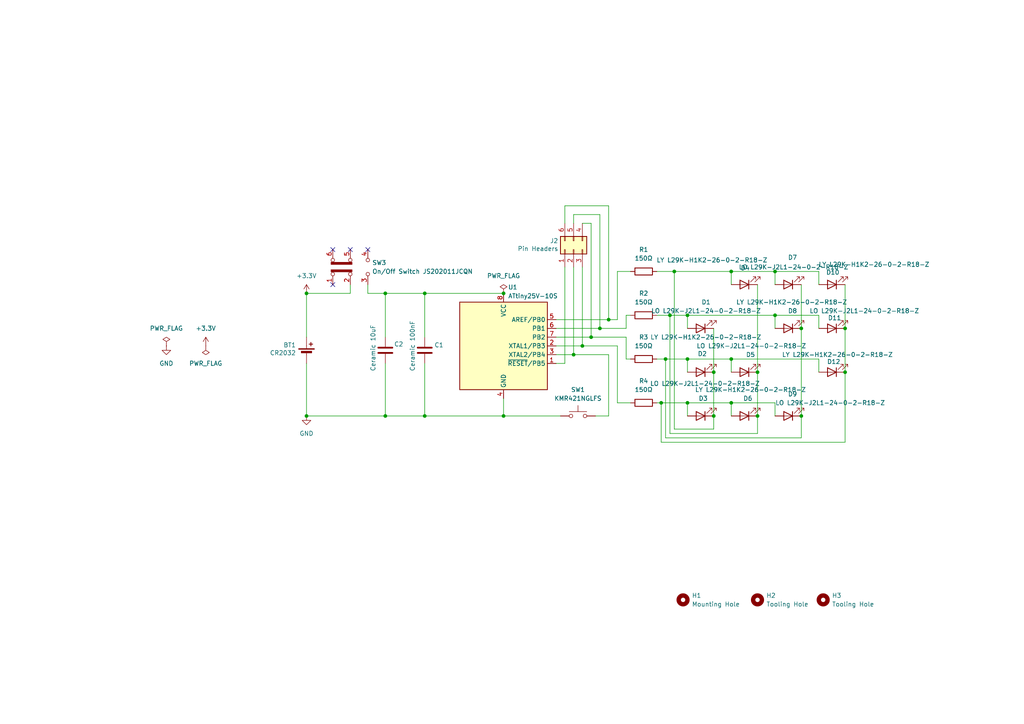
<source format=kicad_sch>
(kicad_sch (version 20250114) (generator "eeschema") (generator_version "9.0")
  (paper "A4")
  (title_block (title "ATtiny25v-based Xmas Board") (date "2025-11-27") (rev "1"))
  (lib_symbols
    (symbol "Connector_Generic:Conn_02x03_Counter_Clockwise" (pin_names (offset 1.016) (hide yes))
      (property "Reference" "J" (at 1.27 5.08 0))
      (property "Value" "Conn_02x03_Counter_Clockwise" (at 1.27 -5.08 0))
      (symbol "Conn_02x03_Counter_Clockwise_1_1"
        (rectangle (start -1.27 3.81) (end 3.81 -3.81) (stroke (width 0.254)) (fill (type background)))
        (rectangle (start -1.27 2.667) (end 0 2.413) (stroke (width 0.1524)))
        (rectangle (start -1.27 0.127) (end 0 -0.127) (stroke (width 0.1524)))
        (rectangle (start -1.27 -2.413) (end 0 -2.667) (stroke (width 0.1524)))
        (rectangle (start 3.81 2.667) (end 2.54 2.413) (stroke (width 0.1524)))
        (rectangle (start 3.81 0.127) (end 2.54 -0.127) (stroke (width 0.1524)))
        (rectangle (start 3.81 -2.413) (end 2.54 -2.667) (stroke (width 0.1524)))
        (pin passive line (at -5.08 2.54 0) (length 3.81) (name "Pin_1") (number "1"))
        (pin passive line (at -5.08 0 0) (length 3.81) (name "Pin_2") (number "2"))
        (pin passive line (at -5.08 -2.54 0) (length 3.81) (name "Pin_3") (number "3"))
        (pin passive line (at 7.62 2.54 180) (length 3.81) (name "Pin_6") (number "6"))
        (pin passive line (at 7.62 0 180) (length 3.81) (name "Pin_5") (number "5"))
        (pin passive line (at 7.62 -2.54 180) (length 3.81) (name "Pin_4") (number "4"))
      )
    )
    (symbol "Device:Battery_Cell" (pin_numbers (hide yes)) (pin_names (offset 0) (hide yes))
      (property "Reference" "BT" (at 2.54 2.54 0))
      (property "Value" "Battery_Cell" (at 2.54 0 0))
      (symbol "Battery_Cell_0_1"
        (rectangle (start -2.286 1.778) (end 2.286 1.524) (fill (type outline)))
        (rectangle (start -1.524 1.016) (end 1.524 0.508) (fill (type outline)))
        (polyline (pts (xy 0 1.778) (xy 0 2.54)))
        (polyline (pts (xy 0 0.762) (xy 0 0)))
        (polyline (pts (xy 0.762 3.048) (xy 1.778 3.048)) (stroke (width 0.254)))
        (polyline (pts (xy 1.27 3.556) (xy 1.27 2.54)) (stroke (width 0.254)))
      )
      (symbol "Battery_Cell_1_1"
        (pin passive line (at 0 5.08 270) (length 2.54) (name "+") (number "1"))
        (pin passive line (at 0 -2.54 90) (length 2.54) (name "-") (number "2"))
      )
    )
    (symbol "Device:C" (pin_numbers (hide yes)) (pin_names (offset 0.254))
      (property "Reference" "C" (at 0.635 2.54 0))
      (property "Value" "C" (at 0.635 -2.54 0))
      (symbol "C_0_1"
        (polyline (pts (xy -2.032 0.762) (xy 2.032 0.762)) (stroke (width 0.508)))
        (polyline (pts (xy -2.032 -0.762) (xy 2.032 -0.762)) (stroke (width 0.508)))
      )
      (symbol "C_1_1"
        (pin passive line (at 0 3.81 270) (length 2.794) (name "~") (number "1"))
        (pin passive line (at 0 -3.81 90) (length 2.794) (name "~") (number "2"))
      )
    )
    (symbol "Device:LED" (pin_numbers (hide yes)) (pin_names (offset 1.016) (hide yes))
      (property "Reference" "D" (at 0 2.54 0))
      (property "Value" "LED" (at 0 -2.54 0))
      (symbol "LED_0_1"
        (polyline (pts (xy -3.048 -0.762) (xy -4.572 -2.286) (xy -3.81 -2.286) (xy -4.572 -2.286) (xy -4.572 -1.524)))
        (polyline (pts (xy -1.778 -0.762) (xy -3.302 -2.286) (xy -2.54 -2.286) (xy -3.302 -2.286) (xy -3.302 -1.524)))
        (polyline (pts (xy -1.27 0) (xy 1.27 0)))
        (polyline (pts (xy -1.27 -1.27) (xy -1.27 1.27)) (stroke (width 0.254)))
        (polyline (pts (xy 1.27 -1.27) (xy 1.27 1.27) (xy -1.27 0) (xy 1.27 -1.27)) (stroke (width 0.254)))
      )
      (symbol "LED_1_1"
        (pin passive line (at -3.81 0 0) (length 2.54) (name "K") (number "1"))
        (pin passive line (at 3.81 0 180) (length 2.54) (name "A") (number "2"))
      )
    )
    (symbol "Device:R" (pin_numbers (hide yes)) (pin_names (offset 0))
      (property "Reference" "R" (at 2.032 0 90))
      (property "Value" "R" (at 0 0 90))
      (symbol "R_0_1"
        (rectangle (start -1.016 -2.54) (end 1.016 2.54) (stroke (width 0.254)))
      )
      (symbol "R_1_1"
        (pin passive line (at 0 3.81 270) (length 1.27) (name "~") (number "1"))
        (pin passive line (at 0 -3.81 90) (length 1.27) (name "~") (number "2"))
      )
    )
    (symbol "LED_1" (pin_numbers (hide yes)) (pin_names (offset 1.016) (hide yes))
      (property "Reference" "D" (at 0 2.54 0))
      (property "Value" "LED" (at 0 -2.54 0))
      (symbol "LED_1_0_1"
        (polyline (pts (xy -3.048 -0.762) (xy -4.572 -2.286) (xy -3.81 -2.286) (xy -4.572 -2.286) (xy -4.572 -1.524)))
        (polyline (pts (xy -1.778 -0.762) (xy -3.302 -2.286) (xy -2.54 -2.286) (xy -3.302 -2.286) (xy -3.302 -1.524)))
        (polyline (pts (xy -1.27 0) (xy 1.27 0)))
        (polyline (pts (xy -1.27 -1.27) (xy -1.27 1.27)) (stroke (width 0.254)))
        (polyline (pts (xy 1.27 -1.27) (xy 1.27 1.27) (xy -1.27 0) (xy 1.27 -1.27)) (stroke (width 0.254)))
      )
      (symbol "LED_1_1_1"
        (pin passive line (at -3.81 0 0) (length 2.54) (name "K") (number "1"))
        (pin passive line (at 3.81 0 180) (length 2.54) (name "A") (number "2"))
      )
    )
    (symbol "MCU_Microchip_ATtiny:ATtiny85V-10S"
      (property "Reference" "U" (at -12.7 13.97 0))
      (property "Value" "ATtiny85V-10S" (at 2.54 -13.97 0))
      (symbol "ATtiny85V-10S_0_1"
        (rectangle (start -12.7 -12.7) (end 12.7 12.7) (stroke (width 0.254)) (fill (type background)))
      )
      (symbol "ATtiny85V-10S_1_1"
        (pin power_in line (at 0 15.24 270) (length 2.54) (name "VCC") (number "8"))
        (pin power_in line (at 0 -15.24 90) (length 2.54) (name "GND") (number "4"))
        (pin bidirectional line (at 15.24 7.62 180) (length 2.54) (name "AREF/PB0") (number "5"))
        (pin bidirectional line (at 15.24 5.08 180) (length 2.54) (name "PB1") (number "6"))
        (pin bidirectional line (at 15.24 2.54 180) (length 2.54) (name "PB2") (number "7"))
        (pin bidirectional line (at 15.24 0 180) (length 2.54) (name "XTAL1/PB3") (number "2"))
        (pin bidirectional line (at 15.24 -2.54 180) (length 2.54) (name "XTAL2/PB4") (number "3"))
        (pin bidirectional line (at 15.24 -5.08 180) (length 2.54) (name "~{RESET}/PB5") (number "1"))
      )
    )
    (symbol "Mechanical:MountingHole" (pin_names (offset 1.016)) (in_bom no)
      (property "Reference" "H" (at 0 5.08 0))
      (property "Value" "MountingHole" (at 0 3.175 0))
      (symbol "MountingHole_0_1"
        (circle (center 0 0) (radius 1.27) (stroke (width 1.27)))
      )
    )
    (symbol "Switch:SW_Push" (pin_numbers (hide yes)) (pin_names (offset 1.016) (hide yes))
      (property "Reference" "SW" (at 1.27 2.54 0))
      (property "Value" "SW_Push" (at 0 -1.524 0))
      (symbol "SW_Push_0_1"
        (circle (center -2.032 0) (radius 0.508))
        (polyline (pts (xy 0 1.27) (xy 0 3.048)))
        (circle (center 2.032 0) (radius 0.508))
        (polyline (pts (xy 2.54 1.27) (xy -2.54 1.27)))
        (pin passive line (at -5.08 0 0) (length 2.54) (name "1") (number "1"))
        (pin passive line (at 5.08 0 180) (length 2.54) (name "2") (number "2"))
      )
    )
    (symbol "Switch:SW_Slide_DPDT" (pin_names (offset 0) (hide yes))
      (property "Reference" "SW" (at 0 6.858 0))
      (property "Value" "SW_Slide_DPDT" (at 0 -8.128 0))
      (symbol "SW_Slide_DPDT_0_0"
        (circle (center -2.032 5.08) (radius 0.508))
        (circle (center -2.032 -5.08) (radius 0.508))
        (circle (center 2.032 0) (radius 0.508))
        (circle (center 2.032 -5.08) (radius 0.508))
      )
      (symbol "SW_Slide_DPDT_0_1"
        (circle (center -2.032 0) (radius 0.508))
        (circle (center 2.032 5.08) (radius 0.508))
      )
      (symbol "SW_Slide_DPDT_1_1"
        (rectangle (start -1.397 5.588) (end -0.762 -0.508) (fill (type outline)))
        (rectangle (start 0.762 5.588) (end 1.397 -0.508) (fill (type outline)))
        (pin passive line (at -5.08 5.08 0) (length 2.54) (name "A") (number "1"))
        (pin passive line (at -5.08 0 0) (length 2.54) (name "B") (number "2"))
        (pin passive line (at -5.08 -5.08 0) (length 2.54) (name "C") (number "3"))
        (pin passive line (at 5.08 5.08 180) (length 2.54) (name "C") (number "6"))
        (pin passive line (at 5.08 0 180) (length 2.54) (name "B") (number "5"))
        (pin passive line (at 5.08 -5.08 180) (length 2.54) (name "A") (number "4"))
      )
    )
    (symbol "power:+3.3V" (power) (pin_numbers (hide yes)) (pin_names (offset 0) (hide yes))
      (property "Value" "+3.3V" (at 0 3.556 0))
      (symbol "+3.3V_0_1"
        (polyline (pts (xy -0.762 1.27) (xy 0 2.54)))
        (polyline (pts (xy 0 2.54) (xy 0.762 1.27)))
        (polyline (pts (xy 0 0) (xy 0 2.54)))
      )
      (symbol "+3.3V_1_1"
        (pin power_in line (at 0 0 90) (length 0) (name "~") (number "1"))
      )
    )
    (symbol "power:GND" (power) (pin_numbers (hide yes)) (pin_names (offset 0) (hide yes))
      (property "Value" "GND" (at 0 -3.81 0))
      (symbol "GND_0_1"
        (polyline (pts (xy 0 0) (xy 0 -1.27) (xy 1.27 -1.27) (xy 0 -2.54) (xy -1.27 -1.27) (xy 0 -1.27)))
      )
      (symbol "GND_1_1"
        (pin power_in line (at 0 0 270) (length 0) (name "~") (number "1"))
      )
    )
    (symbol "power:PWR_FLAG" (power) (pin_numbers (hide yes)) (pin_names (offset 0) (hide yes))
      (property "Value" "PWR_FLAG" (at 0 3.81 0))
      (symbol "PWR_FLAG_0_0"
        (pin power_out line (at 0 0 90) (length 0) (name "~") (number "1"))
      )
      (symbol "PWR_FLAG_0_1"
        (polyline (pts (xy 0 0) (xy 0 1.27) (xy -1.016 1.905) (xy 0 2.54) (xy 1.016 1.905) (xy 0 1.27)))
      )
    )
  )
  (junction (at 123.19 85.09))
  (junction (at 171.45 97.79))
  (junction (at 199.39 91.44))
  (junction (at 193.04 104.14))
  (junction (at 212.09 104.14))
  (junction (at 245.11 95.25))
  (junction (at 88.9 85.09))
  (junction (at 219.71 120.65))
  (junction (at 146.05 120.65))
  (junction (at 123.19 120.65))
  (junction (at 207.01 107.95))
  (junction (at 224.79 91.44))
  (junction (at 194.31 91.44))
  (junction (at 88.9 120.65))
  (junction (at 212.09 78.74))
  (junction (at 111.76 85.09))
  (junction (at 212.09 116.84))
  (junction (at 168.91 100.33))
  (junction (at 199.39 104.14))
  (junction (at 199.39 116.84))
  (junction (at 176.53 92.71))
  (junction (at 232.41 120.65))
  (junction (at 219.71 107.95))
  (junction (at 166.37 102.87))
  (junction (at 191.77 116.84))
  (junction (at 245.11 107.95))
  (junction (at 224.79 78.74))
  (junction (at 195.58 78.74))
  (junction (at 111.76 120.65))
  (junction (at 207.01 120.65))
  (junction (at 232.41 95.25))
  (junction (at 173.99 95.25))
  (junction (at 146.05 85.09))
  (no_connect (at 96.52 72.39))
  (no_connect (at 106.68 72.39))
  (no_connect (at 101.6 72.39))
  (no_connect (at 96.52 82.55))
  (wire (pts (xy 245.11 82.55) (xy 245.11 95.25)))
  (wire (pts (xy 171.45 64.77) (xy 168.91 64.77)))
  (wire (pts (xy 191.77 116.84) (xy 199.39 116.84)))
  (wire (pts (xy 199.39 91.44) (xy 199.39 95.25)))
  (wire (pts (xy 191.77 128.27) (xy 191.77 116.84)))
  (wire (pts (xy 176.53 120.65) (xy 172.72 120.65)))
  (wire (pts (xy 207.01 124.46) (xy 195.58 124.46)))
  (wire (pts (xy 168.91 77.47) (xy 168.91 100.33)))
  (wire (pts (xy 219.71 107.95) (xy 219.71 120.65)))
  (wire (pts (xy 161.29 105.41) (xy 163.83 105.41)))
  (wire (pts (xy 166.37 62.23) (xy 166.37 64.77)))
  (wire (pts (xy 224.79 78.74) (xy 237.49 78.74)))
  (wire (pts (xy 237.49 78.74) (xy 237.49 82.55)))
  (wire (pts (xy 123.19 85.09) (xy 146.05 85.09)))
  (wire (pts (xy 224.79 116.84) (xy 224.79 120.65)))
  (wire (pts (xy 111.76 85.09) (xy 123.19 85.09)))
  (wire (pts (xy 181.61 91.44) (xy 182.88 91.44)))
  (wire (pts (xy 224.79 91.44) (xy 237.49 91.44)))
  (wire (pts (xy 179.07 116.84) (xy 182.88 116.84)))
  (wire (pts (xy 88.9 85.09) (xy 101.6 85.09)))
  (wire (pts (xy 207.01 107.95) (xy 207.01 120.65)))
  (wire (pts (xy 190.5 104.14) (xy 193.04 104.14)))
  (wire (pts (xy 162.56 120.65) (xy 146.05 120.65)))
  (wire (pts (xy 219.71 125.73) (xy 194.31 125.73)))
  (wire (pts (xy 166.37 77.47) (xy 166.37 102.87)))
  (wire (pts (xy 106.68 82.55) (xy 106.68 85.09)))
  (wire (pts (xy 181.61 104.14) (xy 182.88 104.14)))
  (wire (pts (xy 190.5 116.84) (xy 191.77 116.84)))
  (wire (pts (xy 232.41 82.55) (xy 232.41 95.25)))
  (wire (pts (xy 161.29 92.71) (xy 176.53 92.71)))
  (wire (pts (xy 232.41 120.65) (xy 232.41 127)))
  (wire (pts (xy 194.31 91.44) (xy 199.39 91.44)))
  (wire (pts (xy 199.39 104.14) (xy 199.39 107.95)))
  (wire (pts (xy 232.41 95.25) (xy 232.41 120.65)))
  (wire (pts (xy 123.19 120.65) (xy 146.05 120.65)))
  (wire (pts (xy 232.41 127) (xy 193.04 127)))
  (wire (pts (xy 193.04 127) (xy 193.04 104.14)))
  (wire (pts (xy 161.29 95.25) (xy 173.99 95.25)))
  (wire (pts (xy 219.71 120.65) (xy 219.71 125.73)))
  (wire (pts (xy 161.29 97.79) (xy 171.45 97.79)))
  (wire (pts (xy 224.79 91.44) (xy 224.79 95.25)))
  (wire (pts (xy 199.39 104.14) (xy 212.09 104.14)))
  (wire (pts (xy 176.53 59.69) (xy 163.83 59.69)))
  (wire (pts (xy 161.29 102.87) (xy 166.37 102.87)))
  (wire (pts (xy 163.83 59.69) (xy 163.83 64.77)))
  (wire (pts (xy 199.39 91.44) (xy 224.79 91.44)))
  (wire (pts (xy 212.09 104.14) (xy 237.49 104.14)))
  (wire (pts (xy 193.04 104.14) (xy 199.39 104.14)))
  (wire (pts (xy 146.05 120.65) (xy 146.05 115.57)))
  (wire (pts (xy 161.29 100.33) (xy 168.91 100.33)))
  (wire (pts (xy 219.71 82.55) (xy 219.71 107.95)))
  (wire (pts (xy 179.07 100.33) (xy 179.07 116.84)))
  (wire (pts (xy 207.01 120.65) (xy 207.01 124.46)))
  (wire (pts (xy 212.09 116.84) (xy 212.09 120.65)))
  (wire (pts (xy 88.9 120.65) (xy 111.76 120.65)))
  (wire (pts (xy 111.76 85.09) (xy 111.76 97.79)))
  (wire (pts (xy 176.53 59.69) (xy 176.53 92.71)))
  (wire (pts (xy 212.09 78.74) (xy 212.09 82.55)))
  (wire (pts (xy 194.31 91.44) (xy 194.31 125.73)))
  (wire (pts (xy 173.99 62.23) (xy 173.99 95.25)))
  (wire (pts (xy 181.61 91.44) (xy 181.61 95.25)))
  (wire (pts (xy 245.11 128.27) (xy 191.77 128.27)))
  (wire (pts (xy 163.83 77.47) (xy 163.83 105.41)))
  (wire (pts (xy 88.9 85.09) (xy 88.9 97.79)))
  (wire (pts (xy 111.76 105.41) (xy 111.76 120.65)))
  (wire (pts (xy 166.37 102.87) (xy 176.53 102.87)))
  (wire (pts (xy 101.6 85.09) (xy 101.6 82.55)))
  (wire (pts (xy 195.58 78.74) (xy 212.09 78.74)))
  (wire (pts (xy 176.53 92.71) (xy 179.07 92.71)))
  (wire (pts (xy 212.09 116.84) (xy 224.79 116.84)))
  (wire (pts (xy 176.53 102.87) (xy 176.53 120.65)))
  (wire (pts (xy 195.58 78.74) (xy 195.58 124.46)))
  (wire (pts (xy 190.5 78.74) (xy 195.58 78.74)))
  (wire (pts (xy 212.09 104.14) (xy 212.09 107.95)))
  (wire (pts (xy 245.11 95.25) (xy 245.11 107.95)))
  (wire (pts (xy 179.07 78.74) (xy 182.88 78.74)))
  (wire (pts (xy 179.07 92.71) (xy 179.07 78.74)))
  (wire (pts (xy 224.79 78.74) (xy 224.79 82.55)))
  (wire (pts (xy 171.45 97.79) (xy 181.61 97.79)))
  (wire (pts (xy 171.45 64.77) (xy 171.45 97.79)))
  (wire (pts (xy 173.99 95.25) (xy 181.61 95.25)))
  (wire (pts (xy 237.49 104.14) (xy 237.49 107.95)))
  (wire (pts (xy 123.19 105.41) (xy 123.19 120.65)))
  (wire (pts (xy 123.19 85.09) (xy 123.19 97.79)))
  (wire (pts (xy 237.49 95.25) (xy 237.49 91.44)))
  (wire (pts (xy 181.61 97.79) (xy 181.61 104.14)))
  (wire (pts (xy 212.09 78.74) (xy 224.79 78.74)))
  (wire (pts (xy 173.99 62.23) (xy 166.37 62.23)))
  (wire (pts (xy 190.5 91.44) (xy 194.31 91.44)))
  (wire (pts (xy 106.68 85.09) (xy 111.76 85.09)))
  (wire (pts (xy 199.39 116.84) (xy 199.39 120.65)))
  (wire (pts (xy 111.76 120.65) (xy 123.19 120.65)))
  (wire (pts (xy 168.91 100.33) (xy 179.07 100.33)))
  (wire (pts (xy 199.39 116.84) (xy 212.09 116.84)))
  (wire (pts (xy 245.11 107.95) (xy 245.11 128.27)))
  (wire (pts (xy 207.01 95.25) (xy 207.01 107.95)))
  (wire (pts (xy 88.9 105.41) (xy 88.9 120.65)))
  (symbol (lib_id "Switch:SW_Slide_DPDT") (at 101.6 77.47 90) (unit 1)
    (property "Reference" "SW3" (at 107.95 76.1999 90) (effects (justify right)))
    (property "Value" "On/Off Switch JS202011JCQN" (at 107.95 78.7399 90) (effects (justify right)))
    (property "Footprint" "Button_Switch_SMD:SW_DPDT_CK_JS202011JCQN" (effects (hide yes)))
    (property "Datasheet" "https://jlcpcb.com/api/file/downloadByFileSystemAccessId/8588941568396955648" (effects (hide yes)))
    (property "Description" "Slide Switch, dual pole double throw" (effects (hide yes)))
    (property "Manufacturer Product Number" "JS202011JCQN" (effects (hide yes)))
  )
  (symbol (lib_id "Device:LED") (at 241.3 95.25 180) (unit 1)
    (property "Reference" "D11" (at 242.062 92.202 0))
    (property "Value" "LO L29K-J2L1-24-0-2-R18-Z" (at 250.698 90.17 0))
    (property "Footprint" "LED_SMD:LED_0603_1608Metric" (effects (hide yes)))
    (property "Datasheet" "https://jlcpcb.com/api/file/downloadByFileSystemAccessId/8590196797458591744" (effects (hide yes)))
    (property "Description" "Light emitting diode" (effects (hide yes)))
    (property "Sim.Pins" "1=K 2=A" (effects (hide yes)))
    (property "Manufacturer Product Number" "LG L29K-F2J1-24-0-2-R18-Z" (effects (hide yes)))
  )
  (symbol (lib_id "Device:LED") (at 228.6 82.55 180) (unit 1)
    (property "Reference" "D7" (at 229.87 74.676 0))
    (property "Value" "LO L29K-J2L1-24-0-2-R18-Z" (at 230.1875 77.47 0))
    (property "Footprint" "LED_SMD:LED_0603_1608Metric" (effects (hide yes)))
    (property "Datasheet" "https://jlcpcb.com/api/file/downloadByFileSystemAccessId/8590196797458591744" (effects (hide yes)))
    (property "Description" "Light emitting diode" (effects (hide yes)))
    (property "Sim.Pins" "1=K 2=A" (effects (hide yes)))
    (property "Manufacturer Product Number" "SML-311UTT86" (effects (hide yes)))
  )
  (symbol (lib_id "Mechanical:MountingHole") (at 238.76 173.99 0) (unit 1) (in_bom no)
    (property "Reference" "H3" (at 241.3 172.7199 0) (effects (justify left)))
    (property "Value" "Tooling Hole" (at 241.3 175.2599 0) (effects (justify left)))
    (property "Footprint" "MountingHole:ToolingHole_1.152mm" (effects (hide yes)))
    (property "Description" "Mounting Hole without connection" (effects (hide yes)))
  )
  (symbol (lib_id "power:PWR_FLAG") (at 48.26 100.33 0) (unit 1)
    (property "Reference" "#FLG02" (effects (hide yes)))
    (property "Value" "PWR_FLAG" (at 48.26 95.25 0))
    (property "Description" "Special symbol for telling ERC where power comes from" (effects (hide yes)))
  )
  (symbol (lib_id "Device:LED") (at 203.2 107.95 180) (unit 1)
    (property "Reference" "D2" (at 203.708 102.616 0))
    (property "Value" "LY L29K-H1K2-26-0-2-R18-Z" (at 204.724 97.79 0))
    (property "Footprint" "LED_SMD:LED_0603_1608Metric" (effects (hide yes)))
    (property "Datasheet" "https://jlcpcb.com/api/file/downloadByFileSystemAccessId/8590196571247058944" (effects (hide yes)))
    (property "Description" "Light emitting diode" (effects (hide yes)))
    (property "Sim.Pins" "1=K 2=A" (effects (hide yes)))
    (property "Manufacturer Product Number" "LO L29K-J2L1-24-0-2-R18-Z" (effects (hide yes)))
  )
  (symbol (lib_id "Device:LED") (at 228.6 95.25 180) (unit 1)
    (property "Reference" "D8" (at 229.87 90.17 0))
    (property "Value" "LY L29K-H1K2-26-0-2-R18-Z" (at 229.616 87.63 0))
    (property "Footprint" "LED_SMD:LED_0603_1608Metric" (effects (hide yes)))
    (property "Datasheet" "https://jlcpcb.com/api/file/downloadByFileSystemAccessId/8590196571247058944" (effects (hide yes)))
    (property "Description" "Light emitting diode" (effects (hide yes)))
    (property "Sim.Pins" "1=K 2=A" (effects (hide yes)))
    (property "Manufacturer Product Number" "SML-311UTT86" (effects (hide yes)))
  )
  (symbol (lib_id "Device:LED") (at 203.2 120.65 180) (unit 1)
    (property "Reference" "D3" (at 203.962 115.57 0))
    (property "Value" "LO L29K-J2L1-24-0-2-R18-Z" (at 204.47 111.252 0))
    (property "Footprint" "LED_SMD:LED_0603_1608Metric" (effects (hide yes)))
    (property "Datasheet" "https://jlcpcb.com/api/file/downloadByFileSystemAccessId/8590196797458591744" (effects (hide yes)))
    (property "Description" "Light emitting diode" (effects (hide yes)))
    (property "Sim.Pins" "1=K 2=A" (effects (hide yes)))
    (property "Manufacturer Product Number" "LO L29K-J2L1-24-0-2-R18-Z" (effects (hide yes)))
  )
  (symbol (lib_id "power:GND") (at 48.26 100.33 0) (unit 1)
    (property "Reference" "#PWR04" (effects (hide yes)))
    (property "Value" "GND" (at 48.26 105.41 0))
    (property "Description" "Power symbol creates a global label with name \"GND\" , ground" (effects (hide yes)))
  )
  (symbol (lib_id "Device:R") (at 186.69 78.74 90) (unit 1)
    (property "Reference" "R1" (at 186.69 72.39 90))
    (property "Value" "150Ω" (at 186.69 74.93 90))
    (property "Footprint" "Resistor_SMD:R_0402_1005Metric" (effects (hide yes)))
    (property "Description" "Resistor" (effects (hide yes)))
  )
  (symbol (lib_id "Device:LED") (at 241.3 82.55 180) (unit 1)
    (property "Reference" "D10" (at 241.554 78.994 0))
    (property "Value" "LY L29K-H1K2-26-0-2-R18-Z" (at 253.492 76.708 0))
    (property "Footprint" "LED_SMD:LED_0603_1608Metric" (effects (hide yes)))
    (property "Datasheet" "https://jlcpcb.com/api/file/downloadByFileSystemAccessId/8590196571247058944" (effects (hide yes)))
    (property "Description" "Light emitting diode" (effects (hide yes)))
    (property "Sim.Pins" "1=K 2=A" (effects (hide yes)))
    (property "Manufacturer Product Number" "LS L29K-G1J2-1-0-2-R18-Z" (effects (hide yes)))
  )
  (symbol (lib_id "power:PWR_FLAG") (at 59.69 100.33 180) (unit 1)
    (property "Reference" "#FLG01" (effects (hide yes)))
    (property "Value" "PWR_FLAG" (at 59.69 105.41 0))
    (property "Description" "Special symbol for telling ERC where power comes from" (effects (hide yes)))
  )
  (symbol (lib_id "Device:LED") (at 203.2 95.25 180) (unit 1)
    (property "Reference" "D1" (at 204.7875 87.63 0))
    (property "Value" "LO L29K-J2L1-24-0-2-R18-Z" (at 204.7875 90.17 0))
    (property "Footprint" "LED_SMD:LED_0603_1608Metric" (effects (hide yes)))
    (property "Datasheet" "https://jlcpcb.com/api/file/downloadByFileSystemAccessId/8590196797458591744" (effects (hide yes)))
    (property "Description" "Light emitting diode" (effects (hide yes)))
    (property "Sim.Pins" "1=K 2=A" (effects (hide yes)))
    (property "Manufacturer Product Number" "LO L29K-J2L1-24-0-2-R18-Z" (effects (hide yes)))
  )
  (symbol (lib_id "Device:LED") (at 215.9 107.95 180) (unit 1)
    (property "Reference" "D5" (at 217.678 102.87 0))
    (property "Value" "LO L29K-J2L1-24-0-2-R18-Z" (at 217.932 100.33 0))
    (property "Footprint" "LED_SMD:LED_0603_1608Metric" (effects (hide yes)))
    (property "Datasheet" "https://jlcpcb.com/api/file/downloadByFileSystemAccessId/8590196797458591744" (effects (hide yes)))
    (property "Description" "Light emitting diode" (effects (hide yes)))
    (property "Sim.Pins" "1=K 2=A" (effects (hide yes)))
    (property "Manufacturer Product Number" "APTD1608LCGCK" (effects (hide yes)))
  )
  (symbol (lib_id "power:PWR_FLAG") (at 146.05 85.09 0) (unit 1)
    (property "Reference" "#FLG03" (effects (hide yes)))
    (property "Value" "PWR_FLAG" (at 146.05 80.01 0))
    (property "Description" "Special symbol for telling ERC where power comes from" (effects (hide yes)))
  )
  (symbol (lib_id "power:+3.3V") (at 88.9 85.09 0) (unit 1)
    (property "Reference" "#PWR02" (effects (hide yes)))
    (property "Value" "+3.3V" (at 88.9 80.01 0))
    (property "Description" "Power symbol creates a global label with name \"+3.3V\"" (effects (hide yes)))
  )
  (symbol (lib_id "Device:C") (at 123.19 101.6 0) (unit 1)
    (property "Reference" "C1" (at 125.984 100.076 0) (effects (justify left)))
    (property "Value" "Ceramic 100nF" (at 119.634 107.696 90) (effects (justify left)))
    (property "Footprint" "Capacitor_SMD:C_0402_1005Metric" (effects (hide yes)))
    (property "Description" "Unpolarized capacitor" (effects (hide yes)))
  )
  (symbol (lib_id "Device:LED") (at 228.6 120.65 180) (unit 1)
    (property "Reference" "D9" (at 229.87 114.3 0))
    (property "Value" "LO L29K-J2L1-24-0-2-R18-Z" (at 240.792 116.84 0))
    (property "Footprint" "LED_SMD:LED_0603_1608Metric" (effects (hide yes)))
    (property "Datasheet" "https://jlcpcb.com/api/file/downloadByFileSystemAccessId/8590196797458591744" (effects (hide yes)))
    (property "Description" "Light emitting diode" (effects (hide yes)))
    (property "Sim.Pins" "1=K 2=A" (effects (hide yes)))
    (property "Manufacturer Product Number" "LS L29K-G1J2-1-0-2-R18-Z" (effects (hide yes)))
  )
  (symbol (lib_id "Mechanical:MountingHole") (at 219.71 173.99 0) (unit 1) (in_bom no)
    (property "Reference" "H2" (at 222.25 172.7199 0) (effects (justify left)))
    (property "Value" "Tooling Hole" (at 222.25 175.2599 0) (effects (justify left)))
    (property "Footprint" "MountingHole:ToolingHole_1.152mm" (effects (hide yes)))
    (property "Description" "Mounting Hole without connection" (effects (hide yes)))
  )
  (symbol (lib_id "Device:C") (at 111.76 101.6 0) (unit 1)
    (property "Reference" "C2" (at 114.3 99.822 0) (effects (justify left)))
    (property "Value" "Ceramic 10uF" (at 108.204 107.696 90) (effects (justify left)))
    (property "Footprint" "Capacitor_SMD:C_0402_1005Metric" (effects (hide yes)))
    (property "Description" "Unpolarized capacitor" (effects (hide yes)))
  )
  (symbol (lib_id "Mechanical:MountingHole") (at 198.12 173.99 0) (unit 1) (in_bom no)
    (property "Reference" "H1" (at 200.66 172.7199 0) (effects (justify left)))
    (property "Value" "Mounting Hole" (at 200.66 175.2599 0) (effects (justify left)))
    (property "Footprint" "MountingHole:MountingHole_3.2mm_M3_DIN965" (effects (hide yes)))
    (property "Description" "Mounting Hole without connection" (effects (hide yes)))
  )
  (symbol (lib_id "Device:LED") (at 215.9 120.65 180) (unit 1)
    (property "Reference" "D6" (at 216.916 115.57 0))
    (property "Value" "LY L29K-H1K2-26-0-2-R18-Z" (at 217.678 113.03 0))
    (property "Footprint" "LED_SMD:LED_0603_1608Metric" (effects (hide yes)))
    (property "Datasheet" "https://jlcpcb.com/api/file/downloadByFileSystemAccessId/8590196571247058944" (effects (hide yes)))
    (property "Description" "Light emitting diode" (effects (hide yes)))
    (property "Sim.Pins" "1=K 2=A" (effects (hide yes)))
    (property "Manufacturer Product Number" "APTD1608LCGCK" (effects (hide yes)))
  )
  (symbol (lib_id "Connector_Generic:Conn_02x03_Counter_Clockwise") (at 166.37 72.39 90) (unit 1) (in_bom no)
    (property "Reference" "J2" (at 159.512 69.85 90) (effects (justify right)))
    (property "Value" "Pin Headers" (at 150.114 72.136 90) (effects (justify right)))
    (property "Footprint" "Connector_PinHeader_2.54mm:PinHeader_2x03_P2.54mm_Vertical" (effects (hide yes)))
    (property "Description" "Generic connector, double row, 02x03, counter clockwise pin numbering scheme (similar to DIP package numbering), script generated (kicad-library-utils/schlib/autogen/connector/)" (effects (hide yes)))
  )
  (symbol (lib_id "Switch:SW_Push") (at 167.64 120.65 0) (unit 1)
    (property "Reference" "SW1" (at 167.64 113.03 0))
    (property "Value" "KMR421NGLFS" (at 167.64 115.57 0))
    (property "Footprint" "Button_Switch_SMD:SW_Push_1P1T_NO_CK_KMR2" (effects (hide yes)))
    (property "Datasheet" "https://jlcpcb.com/api/file/downloadByFileSystemAccessId/8590173011187314688" (effects (hide yes)))
    (property "Description" "Push button switch, generic, two pins" (effects (hide yes)))
    (property "Manufacturer Product Number" "KMR421NGLFS" (effects (hide yes)))
  )
  (symbol (lib_id "Device:R") (at 186.69 91.44 90) (unit 1)
    (property "Reference" "R2" (at 186.69 85.09 90))
    (property "Value" "150Ω" (at 186.69 87.63 90))
    (property "Footprint" "Resistor_SMD:R_0402_1005Metric" (effects (hide yes)))
    (property "Description" "Resistor" (effects (hide yes)))
  )
  (symbol (lib_id "Device:Battery_Cell") (at 88.9 102.87 0) (unit 1)
    (property "Reference" "BT1" (at 85.852 100.076 0) (effects (justify right)))
    (property "Value" "CR2032" (at 85.852 102.362 0) (effects (justify right)))
    (property "Footprint" "Imports:Renata_HU2032LF" (effects (hide yes)))
    (property "Description" "Single-cell battery" (effects (hide yes)))
  )
  (symbol (lib_id "Device:R") (at 186.69 116.84 90) (unit 1)
    (property "Reference" "R4" (at 186.69 110.49 90))
    (property "Value" "150Ω" (at 186.69 113.03 90))
    (property "Footprint" "Resistor_SMD:R_0402_1005Metric" (effects (hide yes)))
    (property "Description" "Resistor" (effects (hide yes)))
  )
  (symbol (lib_id "MCU_Microchip_ATtiny:ATtiny85V-10S") (at 146.05 100.33 0) (unit 1)
    (property "Reference" "U1" (at 150.114 83.312 0) (effects (justify right)))
    (property "Value" "ATtiny25V-10S" (at 161.798 85.852 0) (effects (justify right)))
    (property "Footprint" "Package_SO:SOIC-8_5.3x5.3mm_P1.27mm" (effects (hide yes)))
    (property "Datasheet" "http://ww1.microchip.com/downloads/en/DeviceDoc/atmel-2586-avr-8-bit-microcontroller-attiny25-attiny45-attiny85_datasheet.pdf" (effects (hide yes)))
    (property "Description" "10MHz, 2kB Flash, 128B SRAM, 128B EEPROM, debugWIRE, SOIC-8 (208 mil)" (effects (hide yes)))
  )
  (symbol (lib_id "power:GND") (at 88.9 120.65 0) (unit 1)
    (property "Reference" "#PWR01" (effects (hide yes)))
    (property "Value" "GND" (at 88.9 125.73 0))
    (property "Description" "Power symbol creates a global label with name \"GND\" , ground" (effects (hide yes)))
  )
  (symbol (lib_name "LED_1") (lib_id "Device:LED") (at 215.9 82.55 180) (unit 1)
    (property "Reference" "D4" (at 216.154 77.724 0))
    (property "Value" "LY L29K-H1K2-26-0-2-R18-Z" (at 206.502 75.438 0))
    (property "Footprint" "LED_SMD:LED_0603_1608Metric" (effects (hide yes)))
    (property "Datasheet" "https://jlcpcb.com/api/file/downloadByFileSystemAccessId/8590196571247058944" (effects (hide yes)))
    (property "Description" "Light emitting diode" (effects (hide yes)))
    (property "Sim.Pins" "1=K 2=A" (effects (hide yes)))
    (property "Manufacturer Product Number" "LY L29K-H1K2-26-0-2-R18-Z" (effects (hide yes)))
  )
  (symbol (lib_id "Device:R") (at 186.69 104.14 90) (unit 1)
    (property "Reference" "R3" (at 186.69 97.79 90))
    (property "Value" "150Ω" (at 186.69 100.33 90))
    (property "Footprint" "Resistor_SMD:R_0402_1005Metric" (effects (hide yes)))
    (property "Description" "Resistor" (effects (hide yes)))
  )
  (symbol (lib_id "power:+3.3V") (at 59.69 100.33 0) (unit 1)
    (property "Reference" "#PWR03" (effects (hide yes)))
    (property "Value" "+3.3V" (at 59.69 95.25 0))
    (property "Description" "Power symbol creates a global label with name \"+3.3V\"" (effects (hide yes)))
  )
  (symbol (lib_id "Device:LED") (at 241.3 107.95 180) (unit 1)
    (property "Reference" "D12" (at 241.808 104.902 0))
    (property "Value" "LY L29K-H1K2-26-0-2-R18-Z" (at 242.8875 102.87 0))
    (property "Footprint" "LED_SMD:LED_0603_1608Metric" (effects (hide yes)))
    (property "Datasheet" "https://jlcpcb.com/api/file/downloadByFileSystemAccessId/8590196571247058944" (effects (hide yes)))
    (property "Description" "Light emitting diode" (effects (hide yes)))
    (property "Sim.Pins" "1=K 2=A" (effects (hide yes)))
    (property "Manufacturer Product Number" "LG L29K-F2J1-24-0-2-R18-Z" (effects (hide yes)))
  )
)
</source>
